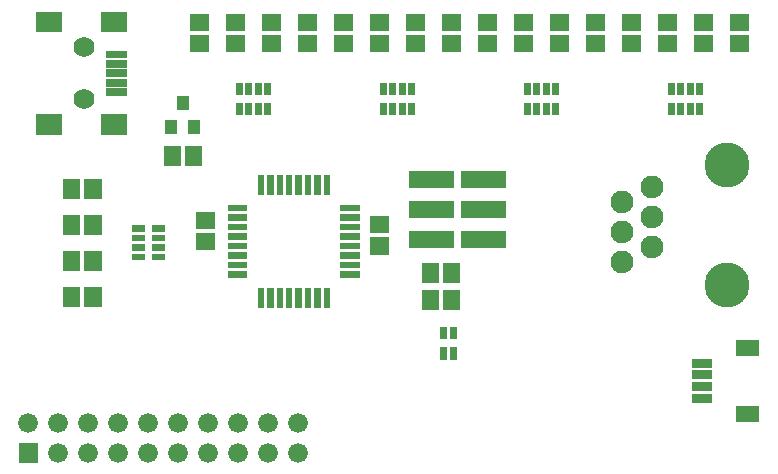
<source format=gbr>
G04 start of page 6 for group -4063 idx -4063 *
G04 Title: (unknown), componentmask *
G04 Creator: pcb 20140316 *
G04 CreationDate: Mon 17 Feb 2020 04:19:00 AM GMT UTC *
G04 For: railfan *
G04 Format: Gerber/RS-274X *
G04 PCB-Dimensions (mil): 2500.00 1600.00 *
G04 PCB-Coordinate-Origin: lower left *
%MOIN*%
%FSLAX25Y25*%
%LNTOPMASK*%
%ADD68R,0.0560X0.0560*%
%ADD67R,0.0532X0.0532*%
%ADD66R,0.0296X0.0296*%
%ADD65R,0.0227X0.0227*%
%ADD64R,0.0217X0.0217*%
%ADD63R,0.0690X0.0690*%
%ADD62R,0.0257X0.0257*%
%ADD61R,0.0400X0.0400*%
%ADD60R,0.0572X0.0572*%
%ADD59C,0.1500*%
%ADD58C,0.0760*%
%ADD57C,0.0693*%
%ADD56C,0.0660*%
%ADD55C,0.0001*%
G54D55*G36*
X2200Y8800D02*Y2200D01*
X8800D01*
Y8800D01*
X2200D01*
G37*
G54D56*X15500Y5500D03*
X25500D03*
X5500Y15500D03*
X15500D03*
X25500D03*
G54D57*X24122Y140661D03*
Y123339D03*
G54D56*X35500Y5500D03*
X45500D03*
X55500D03*
X65500D03*
X75500D03*
X85500D03*
Y15500D03*
X95500Y5500D03*
Y15500D03*
X35500D03*
X45500D03*
X55500D03*
X65500D03*
X75500D03*
G54D58*X203500Y69000D03*
X213500Y74000D03*
X203500Y79000D03*
X213500Y84000D03*
X203500Y89000D03*
X213500Y94000D03*
G54D59*X238500Y61500D03*
Y101500D03*
G54D60*X60586Y104893D02*Y104107D01*
G54D61*X60800Y114300D02*Y113700D01*
G54D60*X62107Y149043D02*X62893D01*
X62107Y141957D02*X62893D01*
X53500Y104893D02*Y104107D01*
G54D61*X53000Y114300D02*Y113700D01*
X56900Y122500D02*Y121900D01*
G54D62*X32587Y138299D02*X36917D01*
X33768D02*X35933D01*
G54D63*X11524Y149126D02*X13098D01*
X33177D02*X34752D01*
G54D62*X32587Y135150D02*X36917D01*
X33768D02*X35933D01*
X32587Y132000D02*X36917D01*
X33768D02*X35933D01*
X32587Y128850D02*X36917D01*
X33768D02*X35933D01*
X32587Y125701D02*X36917D01*
X33768D02*X35933D01*
G54D63*X11524Y114874D02*X13098D01*
X33177D02*X34752D01*
G54D64*X73008Y87023D02*X77434D01*
X73008Y83874D02*X77434D01*
X73008Y80724D02*X77434D01*
X73008Y77575D02*X77434D01*
X73008Y74425D02*X77434D01*
X73008Y71275D02*X77434D01*
X73008Y68126D02*X77434D01*
X73008Y64976D02*X77434D01*
G54D60*X64107Y83043D02*X64893D01*
X64107Y75957D02*X64893D01*
G54D64*X82977Y59434D02*Y55008D01*
X86126Y59434D02*Y55008D01*
X89276Y59434D02*Y55008D01*
X92425Y59434D02*Y55008D01*
X95575Y59434D02*Y55008D01*
X98725Y59434D02*Y55008D01*
X101874Y59434D02*Y55008D01*
X105024Y59434D02*Y55008D01*
G54D60*X19957Y57893D02*Y57107D01*
X27043Y57893D02*Y57107D01*
G54D65*X47913Y70776D02*X49783D01*
X47913Y73925D02*X49783D01*
X47913Y77075D02*X49783D01*
X47913Y80224D02*X49783D01*
X41217D02*X43087D01*
X41217Y77075D02*X43087D01*
X41217Y73925D02*X43087D01*
X41217Y70776D02*X43087D01*
G54D60*X19957Y69893D02*Y69107D01*
X27043Y69893D02*Y69107D01*
X19957Y81893D02*Y81107D01*
X27043Y81893D02*Y81107D01*
X19957Y93893D02*Y93107D01*
X27043Y93893D02*Y93107D01*
G54D66*X228130Y23594D02*X231870D01*
G54D67*X244075Y18476D02*X246437D01*
G54D66*X228130Y27531D02*X231870D01*
X228130Y31469D02*X231870D01*
X228130Y35406D02*X231870D01*
G54D67*X244075Y40524D02*X246437D01*
G54D68*X135016Y76500D02*X144504D01*
X152496D02*X161984D01*
G54D65*X143925Y46283D02*Y44413D01*
G54D60*X146543Y56893D02*Y56107D01*
G54D68*X135016Y96500D02*X144504D01*
X135016Y86500D02*X144504D01*
X152496D02*X161984D01*
X152496Y96500D02*X161984D01*
G54D65*X143925Y39587D02*Y37717D01*
X171776Y121087D02*Y119217D01*
Y127783D02*Y125913D01*
X174925Y121087D02*Y119217D01*
Y127783D02*Y125913D01*
X178075Y121087D02*Y119217D01*
X181224Y121087D02*Y119217D01*
Y127783D02*Y125913D01*
X178075Y127783D02*Y125913D01*
G54D64*X110566Y74425D02*X114992D01*
X110566Y77575D02*X114992D01*
X110566Y80725D02*X114992D01*
X110566Y83874D02*X114992D01*
X110566Y87024D02*X114992D01*
G54D60*X122107Y81543D02*X122893D01*
G54D65*X123776Y121087D02*Y119217D01*
X126925Y121087D02*Y119217D01*
X130075Y121087D02*Y119217D01*
X133224Y121087D02*Y119217D01*
Y127783D02*Y125913D01*
X130075Y127783D02*Y125913D01*
X126925Y127783D02*Y125913D01*
X123776Y127783D02*Y125913D01*
X147075Y39587D02*Y37717D01*
Y46283D02*Y44413D01*
G54D60*X139457Y65893D02*Y65107D01*
X146543Y65893D02*Y65107D01*
X139457Y56893D02*Y56107D01*
X122107Y74457D02*X122893D01*
G54D64*X110566Y64977D02*X114992D01*
X110566Y68126D02*X114992D01*
X110566Y71276D02*X114992D01*
X105023Y96992D02*Y92566D01*
X101874Y96992D02*Y92566D01*
X98724Y96992D02*Y92566D01*
X95575Y96992D02*Y92566D01*
X92425Y96992D02*Y92566D01*
X89275Y96992D02*Y92566D01*
X86126Y96992D02*Y92566D01*
X82976Y96992D02*Y92566D01*
G54D65*X75776Y121087D02*Y119217D01*
Y127783D02*Y125913D01*
G54D60*X74107Y149043D02*X74893D01*
X74107Y141957D02*X74893D01*
G54D65*X78925Y121087D02*Y119217D01*
X82075Y121087D02*Y119217D01*
X85224Y121087D02*Y119217D01*
Y127783D02*Y125913D01*
X82075Y127783D02*Y125913D01*
X78925Y127783D02*Y125913D01*
G54D60*X86107Y149043D02*X86893D01*
X86107Y141957D02*X86893D01*
X98107Y149043D02*X98893D01*
X110107D02*X110893D01*
X122107D02*X122893D01*
X98107Y141957D02*X98893D01*
X110107D02*X110893D01*
X122107D02*X122893D01*
X134107D02*X134893D01*
X146107D02*X146893D01*
X158107D02*X158893D01*
X134107Y149043D02*X134893D01*
X146107D02*X146893D01*
X158107D02*X158893D01*
X170107D02*X170893D01*
X170107Y141957D02*X170893D01*
X182107Y149043D02*X182893D01*
X194107D02*X194893D01*
X206107D02*X206893D01*
X218107D02*X218893D01*
X230107D02*X230893D01*
X242107D02*X242893D01*
X182107Y141957D02*X182893D01*
X194107D02*X194893D01*
X206107D02*X206893D01*
X218107D02*X218893D01*
X230107D02*X230893D01*
X242107D02*X242893D01*
G54D65*X219776Y121087D02*Y119217D01*
X222925Y121087D02*Y119217D01*
X226075Y121087D02*Y119217D01*
X229224Y121087D02*Y119217D01*
Y127783D02*Y125913D01*
X226075Y127783D02*Y125913D01*
X222925Y127783D02*Y125913D01*
X219776Y127783D02*Y125913D01*
M02*

</source>
